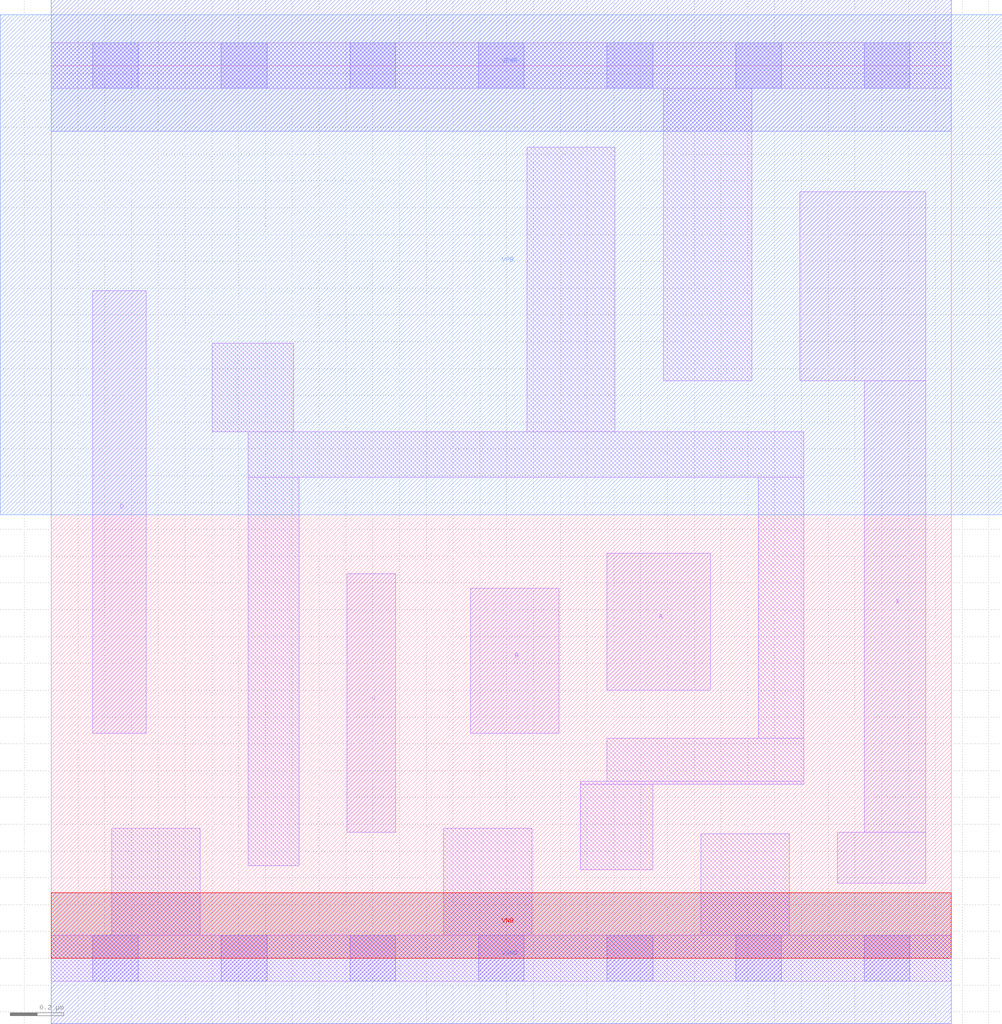
<source format=lef>
# Copyright 2020 The SkyWater PDK Authors
#
# Licensed under the Apache License, Version 2.0 (the "License");
# you may not use this file except in compliance with the License.
# You may obtain a copy of the License at
#
#     https://www.apache.org/licenses/LICENSE-2.0
#
# Unless required by applicable law or agreed to in writing, software
# distributed under the License is distributed on an "AS IS" BASIS,
# WITHOUT WARRANTIES OR CONDITIONS OF ANY KIND, either express or implied.
# See the License for the specific language governing permissions and
# limitations under the License.
#
# SPDX-License-Identifier: Apache-2.0

VERSION 5.7 ;
  NOWIREEXTENSIONATPIN ON ;
  DIVIDERCHAR "/" ;
  BUSBITCHARS "[]" ;
MACRO sky130_fd_sc_lp__or4_m
  CLASS CORE ;
  FOREIGN sky130_fd_sc_lp__or4_m ;
  ORIGIN  0.000000  0.000000 ;
  SIZE  3.360000 BY  3.330000 ;
  SYMMETRY X Y R90 ;
  SITE unit ;
  PIN A
    ANTENNAGATEAREA  0.126000 ;
    DIRECTION INPUT ;
    USE SIGNAL ;
    PORT
      LAYER li1 ;
        RECT 2.075000 1.000000 2.460000 1.510000 ;
    END
  END A
  PIN B
    ANTENNAGATEAREA  0.126000 ;
    DIRECTION INPUT ;
    USE SIGNAL ;
    PORT
      LAYER li1 ;
        RECT 1.565000 0.840000 1.895000 1.380000 ;
    END
  END B
  PIN C
    ANTENNAGATEAREA  0.126000 ;
    DIRECTION INPUT ;
    USE SIGNAL ;
    PORT
      LAYER li1 ;
        RECT 1.105000 0.470000 1.285000 1.435000 ;
    END
  END C
  PIN D
    ANTENNAGATEAREA  0.126000 ;
    DIRECTION INPUT ;
    USE SIGNAL ;
    PORT
      LAYER li1 ;
        RECT 0.155000 0.840000 0.355000 2.490000 ;
    END
  END D
  PIN X
    ANTENNADIFFAREA  0.222600 ;
    DIRECTION OUTPUT ;
    USE SIGNAL ;
    PORT
      LAYER li1 ;
        RECT 2.795000 2.155000 3.265000 2.860000 ;
        RECT 2.935000 0.280000 3.265000 0.470000 ;
        RECT 3.035000 0.470000 3.265000 2.155000 ;
    END
  END X
  PIN VGND
    DIRECTION INOUT ;
    USE GROUND ;
    PORT
      LAYER met1 ;
        RECT 0.000000 -0.245000 3.360000 0.245000 ;
    END
  END VGND
  PIN VNB
    DIRECTION INOUT ;
    USE GROUND ;
    PORT
      LAYER pwell ;
        RECT 0.000000 0.000000 3.360000 0.245000 ;
    END
  END VNB
  PIN VPB
    DIRECTION INOUT ;
    USE POWER ;
    PORT
      LAYER nwell ;
        RECT -0.190000 1.655000 3.550000 3.520000 ;
    END
  END VPB
  PIN VPWR
    DIRECTION INOUT ;
    USE POWER ;
    PORT
      LAYER met1 ;
        RECT 0.000000 3.085000 3.360000 3.575000 ;
    END
  END VPWR
  OBS
    LAYER li1 ;
      RECT 0.000000 -0.085000 3.360000 0.085000 ;
      RECT 0.000000  3.245000 3.360000 3.415000 ;
      RECT 0.225000  0.085000 0.555000 0.485000 ;
      RECT 0.600000  1.965000 0.905000 2.295000 ;
      RECT 0.735000  0.345000 0.925000 1.795000 ;
      RECT 0.735000  1.795000 2.810000 1.965000 ;
      RECT 1.465000  0.085000 1.795000 0.485000 ;
      RECT 1.775000  1.965000 2.105000 3.025000 ;
      RECT 1.975000  0.330000 2.245000 0.650000 ;
      RECT 1.975000  0.650000 2.810000 0.660000 ;
      RECT 2.075000  0.660000 2.810000 0.820000 ;
      RECT 2.285000  2.155000 2.615000 3.245000 ;
      RECT 2.425000  0.085000 2.755000 0.465000 ;
      RECT 2.640000  0.820000 2.810000 1.795000 ;
    LAYER mcon ;
      RECT 0.155000 -0.085000 0.325000 0.085000 ;
      RECT 0.155000  3.245000 0.325000 3.415000 ;
      RECT 0.635000 -0.085000 0.805000 0.085000 ;
      RECT 0.635000  3.245000 0.805000 3.415000 ;
      RECT 1.115000 -0.085000 1.285000 0.085000 ;
      RECT 1.115000  3.245000 1.285000 3.415000 ;
      RECT 1.595000 -0.085000 1.765000 0.085000 ;
      RECT 1.595000  3.245000 1.765000 3.415000 ;
      RECT 2.075000 -0.085000 2.245000 0.085000 ;
      RECT 2.075000  3.245000 2.245000 3.415000 ;
      RECT 2.555000 -0.085000 2.725000 0.085000 ;
      RECT 2.555000  3.245000 2.725000 3.415000 ;
      RECT 3.035000 -0.085000 3.205000 0.085000 ;
      RECT 3.035000  3.245000 3.205000 3.415000 ;
  END
END sky130_fd_sc_lp__or4_m
END LIBRARY

</source>
